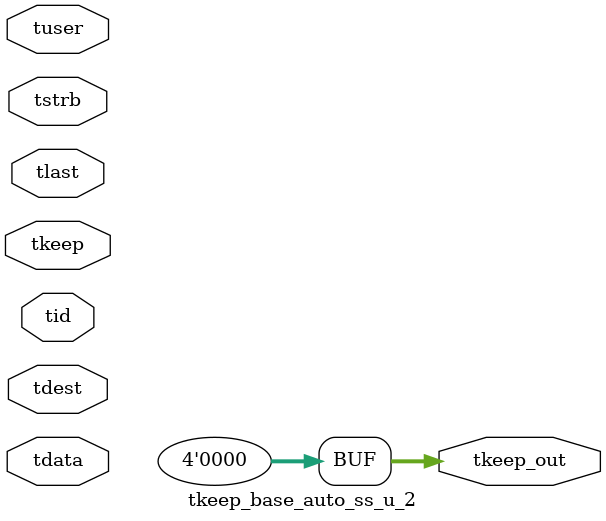
<source format=v>


`timescale 1ps/1ps

module tkeep_base_auto_ss_u_2 #
(
parameter C_S_AXIS_TDATA_WIDTH = 32,
parameter C_S_AXIS_TUSER_WIDTH = 0,
parameter C_S_AXIS_TID_WIDTH   = 0,
parameter C_S_AXIS_TDEST_WIDTH = 0,
parameter C_M_AXIS_TDATA_WIDTH = 32
)
(
input  [(C_S_AXIS_TDATA_WIDTH == 0 ? 1 : C_S_AXIS_TDATA_WIDTH)-1:0     ] tdata,
input  [(C_S_AXIS_TUSER_WIDTH == 0 ? 1 : C_S_AXIS_TUSER_WIDTH)-1:0     ] tuser,
input  [(C_S_AXIS_TID_WIDTH   == 0 ? 1 : C_S_AXIS_TID_WIDTH)-1:0       ] tid,
input  [(C_S_AXIS_TDEST_WIDTH == 0 ? 1 : C_S_AXIS_TDEST_WIDTH)-1:0     ] tdest,
input  [(C_S_AXIS_TDATA_WIDTH/8)-1:0 ] tkeep,
input  [(C_S_AXIS_TDATA_WIDTH/8)-1:0 ] tstrb,
input                                                                    tlast,
output [(C_M_AXIS_TDATA_WIDTH/8)-1:0 ] tkeep_out
);

assign tkeep_out = {1'b0};

endmodule


</source>
